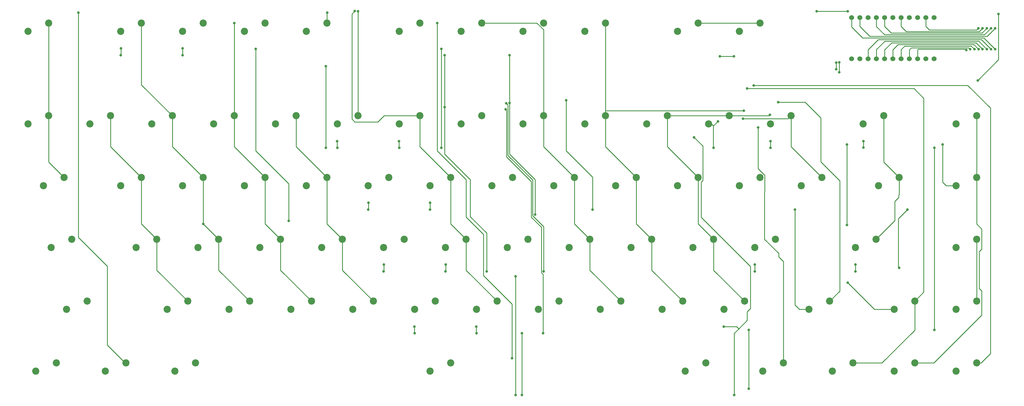
<source format=gtl>
G04 #@! TF.GenerationSoftware,KiCad,Pcbnew,(5.1.6)-1*
G04 #@! TF.CreationDate,2021-05-15T00:46:41-04:00*
G04 #@! TF.ProjectId,keyboard-layout-tall,6b657962-6f61-4726-942d-6c61796f7574,rev?*
G04 #@! TF.SameCoordinates,Original*
G04 #@! TF.FileFunction,Copper,L1,Top*
G04 #@! TF.FilePolarity,Positive*
%FSLAX46Y46*%
G04 Gerber Fmt 4.6, Leading zero omitted, Abs format (unit mm)*
G04 Created by KiCad (PCBNEW (5.1.6)-1) date 2021-05-15 00:46:41*
%MOMM*%
%LPD*%
G01*
G04 APERTURE LIST*
G04 #@! TA.AperFunction,ComponentPad*
%ADD10C,2.200000*%
G04 #@! TD*
G04 #@! TA.AperFunction,ComponentPad*
%ADD11C,1.524000*%
G04 #@! TD*
G04 #@! TA.AperFunction,ViaPad*
%ADD12C,0.800000*%
G04 #@! TD*
G04 #@! TA.AperFunction,Conductor*
%ADD13C,0.250000*%
G04 #@! TD*
G04 APERTURE END LIST*
D10*
X267393750Y-172095000D03*
X273743750Y-169555000D03*
X326925000Y-153045000D03*
X333275000Y-150505000D03*
X69750000Y-67320000D03*
X76100000Y-64780000D03*
D11*
X294800000Y-63150000D03*
X297340000Y-63150000D03*
X299880000Y-63150000D03*
X302420000Y-63150000D03*
X304960000Y-63150000D03*
X307500000Y-63150000D03*
X310040000Y-63150000D03*
X312580000Y-63150000D03*
X315120000Y-63150000D03*
X317660000Y-63150000D03*
X320200000Y-63150000D03*
X320200000Y-75850000D03*
X317660000Y-75850000D03*
X315120000Y-75850000D03*
X312580000Y-75850000D03*
X310040000Y-75850000D03*
X307500000Y-75850000D03*
X304960000Y-75850000D03*
X302420000Y-75850000D03*
X299880000Y-75850000D03*
X297340000Y-75850000D03*
X294800000Y-75850000D03*
D10*
X298350000Y-95895000D03*
X304700000Y-93355000D03*
X295968750Y-133995000D03*
X302318750Y-131455000D03*
X53081250Y-153045000D03*
X59431250Y-150505000D03*
X303112500Y-114945000D03*
X309462500Y-112405000D03*
X45937500Y-114945000D03*
X52287500Y-112405000D03*
X281681250Y-153045000D03*
X288031250Y-150505000D03*
X48318750Y-133995000D03*
X54668750Y-131455000D03*
X43556250Y-172095000D03*
X49906250Y-169555000D03*
X86418750Y-172095000D03*
X92768750Y-169555000D03*
X243581250Y-172095000D03*
X249931250Y-169555000D03*
X160237500Y-153045000D03*
X166587500Y-150505000D03*
X107850000Y-67320000D03*
X114200000Y-64780000D03*
X41175000Y-67320000D03*
X47525000Y-64780000D03*
X326925000Y-172095000D03*
X333275000Y-169555000D03*
X307875000Y-153045000D03*
X314225000Y-150505000D03*
X169762500Y-133995000D03*
X176112500Y-131455000D03*
X179287500Y-153045000D03*
X185637500Y-150505000D03*
X103087500Y-153045000D03*
X109437500Y-150505000D03*
X93562500Y-133995000D03*
X99912500Y-131455000D03*
X88800000Y-67320000D03*
X95150000Y-64780000D03*
X126900000Y-67320000D03*
X133250000Y-64780000D03*
X155475000Y-67320000D03*
X161825000Y-64780000D03*
X174525000Y-67320000D03*
X180875000Y-64780000D03*
X193575000Y-67320000D03*
X199925000Y-64780000D03*
X212625000Y-67320000D03*
X218975000Y-64780000D03*
X241200000Y-67320000D03*
X247550000Y-64780000D03*
X260250000Y-67320000D03*
X266600000Y-64780000D03*
X41175000Y-95895000D03*
X47525000Y-93355000D03*
X60225000Y-95895000D03*
X66575000Y-93355000D03*
X79275000Y-95895000D03*
X85625000Y-93355000D03*
X98325000Y-95895000D03*
X104675000Y-93355000D03*
X117375000Y-95895000D03*
X123725000Y-93355000D03*
X136425000Y-95895000D03*
X142775000Y-93355000D03*
X155475000Y-95895000D03*
X161825000Y-93355000D03*
X174525000Y-95895000D03*
X180875000Y-93355000D03*
X193575000Y-95895000D03*
X199925000Y-93355000D03*
X212625000Y-95895000D03*
X218975000Y-93355000D03*
X231675000Y-95895000D03*
X238025000Y-93355000D03*
X250725000Y-95895000D03*
X257075000Y-93355000D03*
X269775000Y-95895000D03*
X276125000Y-93355000D03*
X326925000Y-95895000D03*
X333275000Y-93355000D03*
X69750000Y-114945000D03*
X76100000Y-112405000D03*
X88800000Y-114945000D03*
X95150000Y-112405000D03*
X107850000Y-114945000D03*
X114200000Y-112405000D03*
X126900000Y-114945000D03*
X133250000Y-112405000D03*
X145950000Y-114945000D03*
X152300000Y-112405000D03*
X165000000Y-114945000D03*
X171350000Y-112405000D03*
X184050000Y-114945000D03*
X190400000Y-112405000D03*
X203100000Y-114945000D03*
X209450000Y-112405000D03*
X222150000Y-114945000D03*
X228500000Y-112405000D03*
X241200000Y-114945000D03*
X247550000Y-112405000D03*
X260250000Y-114945000D03*
X266600000Y-112405000D03*
X279300000Y-114945000D03*
X285650000Y-112405000D03*
X326925000Y-114945000D03*
X333275000Y-112405000D03*
X74512500Y-133995000D03*
X80862500Y-131455000D03*
X112612500Y-133995000D03*
X118962500Y-131455000D03*
X131662500Y-133995000D03*
X138012500Y-131455000D03*
X150712500Y-133995000D03*
X157062500Y-131455000D03*
X188812500Y-133995000D03*
X195162500Y-131455000D03*
X207862500Y-133995000D03*
X214212500Y-131455000D03*
X226912500Y-133995000D03*
X233262500Y-131455000D03*
X245962500Y-133995000D03*
X252312500Y-131455000D03*
X265012500Y-133995000D03*
X271362500Y-131455000D03*
X326925000Y-133995000D03*
X333275000Y-131455000D03*
X84037500Y-153045000D03*
X90387500Y-150505000D03*
X122137500Y-153045000D03*
X128487500Y-150505000D03*
X141187500Y-153045000D03*
X147537500Y-150505000D03*
X198337500Y-153045000D03*
X204687500Y-150505000D03*
X217387500Y-153045000D03*
X223737500Y-150505000D03*
X236437500Y-153045000D03*
X242787500Y-150505000D03*
X255487500Y-153045000D03*
X261837500Y-150505000D03*
X64987500Y-172095000D03*
X71337500Y-169555000D03*
X288825000Y-172095000D03*
X295175000Y-169555000D03*
X307875000Y-172095000D03*
X314225000Y-169555000D03*
X171350000Y-169555000D03*
X165000000Y-172095000D03*
D12*
X168480000Y-103261000D03*
X293321000Y-102245000D03*
X293321002Y-127010002D03*
X258500000Y-75100000D03*
X254200000Y-75100000D03*
X132920000Y-78115000D03*
X132920000Y-103261000D03*
X322785000Y-102245000D03*
X253600000Y-95100000D03*
X252270000Y-103270000D03*
X258650000Y-179461000D03*
X193245000Y-160411000D03*
X193245000Y-179461000D03*
X246300000Y-100000002D03*
X263095000Y-159395000D03*
X320245000Y-159395000D03*
X320245000Y-103261000D03*
X188259990Y-91425000D03*
X199820000Y-160420000D03*
X169505000Y-74695000D03*
X182441000Y-141370000D03*
X191340000Y-142885000D03*
X191340000Y-179461000D03*
X293575000Y-144790000D03*
X169505000Y-90705000D03*
X311990000Y-122311000D03*
X309450000Y-140218000D03*
X188400000Y-89500000D03*
X199970000Y-141370000D03*
X189435000Y-74686000D03*
X197309000Y-123835000D03*
X121490000Y-125740000D03*
X277319000Y-122311000D03*
X189435000Y-89435000D03*
X272200000Y-89200000D03*
X269600000Y-93074990D03*
X167210000Y-64780000D03*
X190225001Y-168129999D03*
X266000000Y-97000000D03*
X56720000Y-61605000D03*
X264600000Y-84000000D03*
X262600000Y-85000000D03*
X261600000Y-91800000D03*
X261300000Y-94300000D03*
X141810000Y-61097000D03*
X142826000Y-61134000D03*
X104726000Y-64780000D03*
X133301000Y-61605000D03*
X95150000Y-126692500D03*
X168480000Y-72800000D03*
X88800000Y-72600000D03*
X88795000Y-74695000D03*
X69800000Y-72600000D03*
X69750000Y-74740000D03*
X155400000Y-101200000D03*
X155475000Y-103270000D03*
X136400000Y-101200000D03*
X136425000Y-103270000D03*
X269800000Y-101200000D03*
X269775000Y-103270000D03*
X160200000Y-158400000D03*
X160237500Y-160420000D03*
X179200000Y-158400000D03*
X179287500Y-160420000D03*
X255400000Y-158400000D03*
X296000000Y-139200000D03*
X295968750Y-141370000D03*
X263095000Y-177495000D03*
X265000000Y-139200000D03*
X265012500Y-141370000D03*
X169800000Y-139200000D03*
X169762500Y-141370000D03*
X150800000Y-139200000D03*
X150712500Y-141370000D03*
X111330000Y-72800000D03*
X298400000Y-101200000D03*
X298400000Y-103200000D03*
X146000000Y-120200000D03*
X145950000Y-122320000D03*
X165000000Y-120200000D03*
X165000000Y-122320000D03*
X206900000Y-88600000D03*
X215020000Y-122320000D03*
X339000000Y-72900000D03*
X339000000Y-66400000D03*
X337700000Y-66400000D03*
X336400000Y-66400000D03*
X335100000Y-66400000D03*
X333800000Y-66400000D03*
X330100000Y-73125000D03*
X331300000Y-72900000D03*
X332600000Y-72900000D03*
X333900000Y-72900000D03*
X335100000Y-72900000D03*
X336400000Y-72900000D03*
X337700000Y-72900000D03*
X293600000Y-61200000D03*
X284000000Y-61200000D03*
X290000000Y-77000000D03*
X290000000Y-79000000D03*
X291000000Y-76900000D03*
X291000000Y-80000000D03*
X340000000Y-62000000D03*
X333600000Y-82500000D03*
D13*
X293321000Y-102245000D02*
X293321000Y-127010000D01*
X293321000Y-127010000D02*
X293321002Y-127010002D01*
X258500000Y-75100000D02*
X254200000Y-75100000D01*
X132920000Y-78115000D02*
X132920000Y-87980000D01*
X132920000Y-87640000D02*
X132920000Y-87980000D01*
X132920000Y-87980000D02*
X132920000Y-103261000D01*
X253600000Y-95100000D02*
X252209999Y-96490001D01*
X252209999Y-96490001D02*
X252209999Y-103209999D01*
X252209999Y-103209999D02*
X252270000Y-103270000D01*
X258650000Y-160411000D02*
X258650000Y-179461000D01*
X193245000Y-160411000D02*
X193245000Y-179461000D01*
X248500000Y-124700000D02*
X248500000Y-113830001D01*
X263600000Y-152800000D02*
X263600000Y-139800000D01*
X263600000Y-139800000D02*
X248500000Y-124700000D01*
X248975001Y-102675003D02*
X246300000Y-100000002D01*
X248500000Y-113830001D02*
X248975001Y-113355000D01*
X262600000Y-156461000D02*
X262600000Y-153800000D01*
X248975001Y-113355000D02*
X248975001Y-102675003D01*
X262600000Y-153800000D02*
X263600000Y-152800000D01*
X320245000Y-159395000D02*
X320245000Y-103261000D01*
X199820000Y-142293002D02*
X199820000Y-160420000D01*
X199244999Y-141718001D02*
X199820000Y-142293002D01*
X199244999Y-127744999D02*
X199244999Y-141718001D01*
X188259990Y-91425000D02*
X188534980Y-91699990D01*
X196133989Y-113633989D02*
X196133989Y-124633989D01*
X188534980Y-91699990D02*
X188534980Y-106034980D01*
X188534980Y-106034980D02*
X196133989Y-113633989D01*
X196133989Y-124633989D02*
X199244999Y-127744999D01*
X191340000Y-142885000D02*
X191340000Y-179461000D01*
X177370000Y-124470000D02*
X182441000Y-129541000D01*
X177370000Y-113040000D02*
X177370000Y-124470000D01*
X182441000Y-129541000D02*
X182441000Y-141370000D01*
X169505000Y-105175000D02*
X177370000Y-113040000D01*
X169505000Y-90705000D02*
X169505000Y-105175000D01*
X169505000Y-74695000D02*
X169505000Y-90705000D01*
X309196000Y-125105000D02*
X309196000Y-139964000D01*
X311990000Y-122311000D02*
X309196000Y-125105000D01*
X309196000Y-139964000D02*
X309450000Y-140218000D01*
X188984990Y-90084990D02*
X188984990Y-105584990D01*
X188400000Y-89500000D02*
X188984990Y-90084990D01*
X199970000Y-127569002D02*
X199970000Y-141370000D01*
X196583999Y-124183001D02*
X199970000Y-127569002D01*
X196583999Y-113183999D02*
X196583999Y-124183001D01*
X188984990Y-105584990D02*
X196583999Y-113183999D01*
X197309000Y-113040000D02*
X197309000Y-123835000D01*
X189435000Y-105166000D02*
X197309000Y-113040000D01*
X189435000Y-84211000D02*
X189435000Y-74686000D01*
X189435000Y-89435000D02*
X189435000Y-105166000D01*
X189435000Y-84211000D02*
X189435000Y-89435000D01*
X333275000Y-93355000D02*
X333275000Y-112405000D01*
X320105998Y-169555000D02*
X314225000Y-169555000D01*
X334850000Y-154810998D02*
X320105998Y-169555000D01*
X334088000Y-146568000D02*
X334850000Y-147330000D01*
X334850000Y-147330000D02*
X334850000Y-154810998D01*
X333275000Y-112405000D02*
X333275000Y-126705000D01*
X333275000Y-126705000D02*
X334850000Y-128280000D01*
X334850000Y-134503000D02*
X334088000Y-135265000D01*
X334850000Y-128280000D02*
X334850000Y-134503000D01*
X334088000Y-135265000D02*
X334088000Y-146568000D01*
X272200000Y-89200000D02*
X280500000Y-89200000D01*
X280500000Y-89200000D02*
X285300000Y-94000000D01*
X285300000Y-94000000D02*
X285300000Y-107600000D01*
X285300000Y-107600000D02*
X291100000Y-113400000D01*
X291100000Y-147436250D02*
X288031250Y-150505000D01*
X291100000Y-113400000D02*
X291100000Y-147436250D01*
X304700000Y-107642500D02*
X309462500Y-112405000D01*
X304700000Y-93355000D02*
X304700000Y-107642500D01*
X309247501Y-118601001D02*
X308110989Y-119737513D01*
X309462500Y-117649587D02*
X309247501Y-117864586D01*
X309247501Y-117864586D02*
X309247501Y-118601001D01*
X309462500Y-112405000D02*
X309462500Y-117649587D01*
X308110989Y-119737513D02*
X308110989Y-125662761D01*
X308110989Y-125662761D02*
X302318750Y-131455000D01*
X247550000Y-64780000D02*
X266600000Y-64780000D01*
X238025000Y-102880000D02*
X247550000Y-112405000D01*
X238025000Y-93355000D02*
X238025000Y-102880000D01*
X247550000Y-126692500D02*
X252312500Y-131455000D01*
X247550000Y-112405000D02*
X247550000Y-126692500D01*
X252312500Y-140980000D02*
X261837500Y-150505000D01*
X252312500Y-131455000D02*
X252312500Y-140980000D01*
X238025000Y-93355000D02*
X257075000Y-93355000D01*
X257075000Y-93355000D02*
X269319990Y-93355000D01*
X269319990Y-93355000D02*
X269600000Y-93074990D01*
X333275000Y-131455000D02*
X333275000Y-150505000D01*
X190225001Y-151422001D02*
X190225001Y-168129999D01*
X181434000Y-142631000D02*
X190225001Y-151422001D01*
X181434000Y-129931000D02*
X181434000Y-142631000D01*
X176100000Y-113040000D02*
X176100000Y-124597000D01*
X176100000Y-124597000D02*
X181434000Y-129931000D01*
X167210000Y-104150000D02*
X176100000Y-113040000D01*
X167210000Y-64780000D02*
X167210000Y-74490000D01*
X167210000Y-74305000D02*
X167210000Y-74490000D01*
X167210000Y-74490000D02*
X167210000Y-104150000D01*
X272300000Y-136850000D02*
X273743750Y-138293750D01*
X272300000Y-135800000D02*
X272300000Y-136850000D01*
X273743750Y-138300000D02*
X273743750Y-169555000D01*
X267964999Y-131464999D02*
X272300000Y-135800000D01*
X268025001Y-111720999D02*
X268025001Y-116860997D01*
X266000000Y-97000000D02*
X266000000Y-109695998D01*
X273743750Y-138293750D02*
X273743750Y-138300000D01*
X268025001Y-116860997D02*
X267964999Y-116920999D01*
X266000000Y-109695998D02*
X268025001Y-111720999D01*
X267964999Y-116920999D02*
X267964999Y-131464999D01*
X56720000Y-71130000D02*
X56720000Y-130820000D01*
X56720000Y-130820000D02*
X65610000Y-139710000D01*
X71080248Y-169555000D02*
X71337500Y-169555000D01*
X65610000Y-164084752D02*
X71080248Y-169555000D01*
X65610000Y-139710000D02*
X65610000Y-164084752D01*
X56720000Y-71130000D02*
X56720000Y-61605000D01*
X264600000Y-84000000D02*
X330500000Y-84000000D01*
X330500000Y-84000000D02*
X337500000Y-91000000D01*
X337500000Y-91000000D02*
X337500000Y-166700000D01*
X334645000Y-169555000D02*
X333275000Y-169555000D01*
X337500000Y-166700000D02*
X334645000Y-169555000D01*
X314225000Y-150505000D02*
X314225000Y-159446000D01*
X304116000Y-169555000D02*
X295175000Y-169555000D01*
X314225000Y-159446000D02*
X304116000Y-169555000D01*
X262600000Y-85000000D02*
X314000000Y-85000000D01*
X314000000Y-85000000D02*
X317000000Y-88000000D01*
X317000000Y-147730000D02*
X314225000Y-150505000D01*
X317000000Y-88000000D02*
X317000000Y-147730000D01*
X218975000Y-102880000D02*
X228500000Y-112405000D01*
X218975000Y-93355000D02*
X218975000Y-102880000D01*
X228500000Y-126692500D02*
X233262500Y-131455000D01*
X228500000Y-112405000D02*
X228500000Y-126692500D01*
X233262500Y-140980000D02*
X242787500Y-150505000D01*
X233262500Y-131455000D02*
X233262500Y-140980000D01*
X218975000Y-70038000D02*
X218975000Y-64780000D01*
X261600000Y-91800000D02*
X219100000Y-91800000D01*
X219100000Y-91800000D02*
X218975000Y-91675000D01*
X218975000Y-93355000D02*
X218975000Y-91675000D01*
X218975000Y-91675000D02*
X218975000Y-70038000D01*
X199925000Y-102880000D02*
X209450000Y-112405000D01*
X199925000Y-93355000D02*
X199925000Y-102880000D01*
X209450000Y-126692500D02*
X214212500Y-131455000D01*
X209450000Y-112405000D02*
X209450000Y-126692500D01*
X214212500Y-140980000D02*
X223737500Y-150505000D01*
X214212500Y-131455000D02*
X214212500Y-140980000D01*
X276125000Y-102880000D02*
X285650000Y-112405000D01*
X276125000Y-93355000D02*
X276125000Y-102880000D01*
X197815998Y-64780000D02*
X180875000Y-64780000D01*
X199925000Y-93355000D02*
X199925000Y-66889002D01*
X199925000Y-66889002D02*
X197815998Y-64780000D01*
X275180000Y-94300000D02*
X276125000Y-93355000D01*
X261300000Y-94300000D02*
X275180000Y-94300000D01*
X161825000Y-102880000D02*
X171350000Y-112405000D01*
X161825000Y-93355000D02*
X161825000Y-102880000D01*
X171350000Y-126692500D02*
X176112500Y-131455000D01*
X171350000Y-112405000D02*
X171350000Y-126692500D01*
X176112500Y-140980000D02*
X185637500Y-150505000D01*
X176112500Y-131455000D02*
X176112500Y-140980000D01*
X150827000Y-93355000D02*
X161825000Y-93355000D01*
X140921000Y-61986000D02*
X140921000Y-94371000D01*
X141810000Y-61097000D02*
X140921000Y-61986000D01*
X140921000Y-94371000D02*
X141810000Y-95260000D01*
X148922000Y-95260000D02*
X150827000Y-93355000D01*
X141810000Y-95260000D02*
X148922000Y-95260000D01*
X123725000Y-102880000D02*
X133250000Y-112405000D01*
X123725000Y-93355000D02*
X123725000Y-102880000D01*
X133250000Y-126692500D02*
X138012500Y-131455000D01*
X133250000Y-112405000D02*
X133250000Y-126692500D01*
X138012500Y-140980000D02*
X147537500Y-150505000D01*
X138012500Y-131455000D02*
X138012500Y-140980000D01*
X142775000Y-61185000D02*
X142826000Y-61134000D01*
X142775000Y-93355000D02*
X142775000Y-61185000D01*
X104675000Y-102880000D02*
X114200000Y-112405000D01*
X104675000Y-93355000D02*
X104675000Y-102880000D01*
X114200000Y-126692500D02*
X118962500Y-131455000D01*
X114200000Y-112405000D02*
X114200000Y-126692500D01*
X118962500Y-140980000D02*
X128487500Y-150505000D01*
X118962500Y-131455000D02*
X118962500Y-140980000D01*
X133250000Y-64780000D02*
X133250000Y-61656000D01*
X133250000Y-61656000D02*
X133301000Y-61605000D01*
X104675000Y-64831000D02*
X104726000Y-64780000D01*
X104675000Y-93355000D02*
X104675000Y-64831000D01*
X85625000Y-102880000D02*
X95150000Y-112405000D01*
X85625000Y-93355000D02*
X85625000Y-102880000D01*
X95150000Y-126692500D02*
X99912500Y-131455000D01*
X95150000Y-112405000D02*
X95150000Y-126692500D01*
X99912500Y-140980000D02*
X109437500Y-150505000D01*
X99912500Y-131455000D02*
X99912500Y-140980000D01*
X76100000Y-83830000D02*
X85625000Y-93355000D01*
X76100000Y-64780000D02*
X76100000Y-83830000D01*
X47525000Y-107642500D02*
X52287500Y-112405000D01*
X47525000Y-93355000D02*
X47525000Y-107642500D01*
X66575000Y-102880000D02*
X76100000Y-112405000D01*
X66575000Y-93355000D02*
X66575000Y-102880000D01*
X76100000Y-126692500D02*
X80862500Y-131455000D01*
X76100000Y-112405000D02*
X76100000Y-126692500D01*
X80862500Y-140980000D02*
X90387500Y-150505000D01*
X80862500Y-131455000D02*
X80862500Y-140980000D01*
X47525000Y-74305000D02*
X47525000Y-93355000D01*
X47525000Y-74305000D02*
X47525000Y-64780000D01*
X168480000Y-85100000D02*
X168480000Y-103261000D01*
X168480000Y-72800000D02*
X168480000Y-85100000D01*
X88800000Y-72600000D02*
X88800000Y-74690000D01*
X88800000Y-74690000D02*
X88795000Y-74695000D01*
X69800000Y-72600000D02*
X69800000Y-74690000D01*
X69800000Y-74690000D02*
X69750000Y-74740000D01*
X155400000Y-101200000D02*
X155400000Y-103195000D01*
X155400000Y-103195000D02*
X155475000Y-103270000D01*
X136400000Y-101200000D02*
X136400000Y-103245000D01*
X136400000Y-103245000D02*
X136425000Y-103270000D01*
X251614998Y-95895000D02*
X252209999Y-96490001D01*
X250725000Y-95895000D02*
X251614998Y-95895000D01*
X269800000Y-101200000D02*
X269800000Y-103245000D01*
X269800000Y-103245000D02*
X269775000Y-103270000D01*
X323915000Y-114945000D02*
X322785000Y-113815000D01*
X326925000Y-114945000D02*
X323915000Y-114945000D01*
X322785000Y-102245000D02*
X322785000Y-113815000D01*
X160200000Y-158400000D02*
X160200000Y-160382500D01*
X160200000Y-160382500D02*
X160237500Y-160420000D01*
X179200000Y-158400000D02*
X179200000Y-160332500D01*
X179200000Y-160332500D02*
X179287500Y-160420000D01*
X259400000Y-158400000D02*
X260030500Y-159030500D01*
X258650000Y-160411000D02*
X260030500Y-159030500D01*
X255400000Y-158400000D02*
X259400000Y-158400000D01*
X260030500Y-159030500D02*
X262600000Y-156461000D01*
X296000000Y-139200000D02*
X296000000Y-141338750D01*
X296000000Y-141338750D02*
X295968750Y-141370000D01*
X263095000Y-159395000D02*
X263095000Y-177495000D01*
X265000000Y-139200000D02*
X265000000Y-141357500D01*
X265000000Y-141357500D02*
X265012500Y-141370000D01*
X169800000Y-139200000D02*
X169800000Y-141332500D01*
X169800000Y-141332500D02*
X169762500Y-141370000D01*
X150800000Y-139200000D02*
X150800000Y-141282500D01*
X150800000Y-141282500D02*
X150712500Y-141370000D01*
X301830000Y-153045000D02*
X293575000Y-144790000D01*
X307875000Y-153045000D02*
X301830000Y-153045000D01*
X121490000Y-114310000D02*
X121490000Y-125740000D01*
X111330000Y-104150000D02*
X121490000Y-114310000D01*
X111330000Y-72800000D02*
X111330000Y-104150000D01*
X298400000Y-101200000D02*
X298400000Y-103200000D01*
X146000000Y-120200000D02*
X146000000Y-122270000D01*
X146000000Y-122270000D02*
X145950000Y-122320000D01*
X165000000Y-120200000D02*
X165000000Y-122320000D01*
X278683000Y-153045000D02*
X277319000Y-151681000D01*
X281681250Y-153045000D02*
X278683000Y-153045000D01*
X277319000Y-122311000D02*
X277319000Y-151681000D01*
X206900000Y-88600000D02*
X206900000Y-104200000D01*
X215020000Y-112320000D02*
X215020000Y-122320000D01*
X206900000Y-104200000D02*
X215020000Y-112320000D01*
X339000000Y-72900000D02*
X335500000Y-69400000D01*
X335500000Y-69400000D02*
X298200000Y-69400000D01*
X294800000Y-66000000D02*
X294800000Y-63150000D01*
X298200000Y-69400000D02*
X294800000Y-66000000D01*
X300400000Y-68900000D02*
X297340000Y-65840000D01*
X339000000Y-66400000D02*
X336500000Y-68900000D01*
X297340000Y-65840000D02*
X297340000Y-63150000D01*
X336500000Y-68900000D02*
X300400000Y-68900000D01*
X337700000Y-66400000D02*
X335700000Y-68400000D01*
X335700000Y-68400000D02*
X304900000Y-68400000D01*
X302420000Y-65920000D02*
X302420000Y-63150000D01*
X304900000Y-68400000D02*
X302420000Y-65920000D01*
X336400000Y-66400000D02*
X334900000Y-67900000D01*
X317650010Y-67850010D02*
X306950010Y-67850010D01*
X334900000Y-67900000D02*
X317700000Y-67900000D01*
X317700000Y-67900000D02*
X317650010Y-67850010D01*
X304960000Y-65860000D02*
X304960000Y-63150000D01*
X306950010Y-67850010D02*
X304960000Y-65860000D01*
X335100000Y-66400000D02*
X334100000Y-67400000D01*
X334100000Y-67400000D02*
X311600000Y-67400000D01*
X310040000Y-65840000D02*
X310040000Y-63150000D01*
X311600000Y-67400000D02*
X310040000Y-65840000D01*
X333800000Y-66400000D02*
X333300000Y-66900000D01*
X333300000Y-66900000D02*
X318700000Y-66900000D01*
X317660000Y-65860000D02*
X317660000Y-63150000D01*
X318700000Y-66900000D02*
X317660000Y-65860000D01*
X330100000Y-73125000D02*
X329875000Y-72900000D01*
X329875000Y-72900000D02*
X315300000Y-72900000D01*
X315120000Y-73080000D02*
X315120000Y-75850000D01*
X315300000Y-72900000D02*
X315120000Y-73080000D01*
X331300000Y-72900000D02*
X330800000Y-72400000D01*
X330800000Y-72400000D02*
X313200000Y-72400000D01*
X312580000Y-73020000D02*
X312580000Y-75850000D01*
X313200000Y-72400000D02*
X312580000Y-73020000D01*
X332600000Y-72900000D02*
X331600000Y-71900000D01*
X331600000Y-71900000D02*
X311100000Y-71900000D01*
X310040000Y-72960000D02*
X310040000Y-75850000D01*
X311100000Y-71900000D02*
X310040000Y-72960000D01*
X333900000Y-72900000D02*
X332400000Y-71400000D01*
X332400000Y-71400000D02*
X309100000Y-71400000D01*
X307500000Y-73000000D02*
X307500000Y-75850000D01*
X309100000Y-71400000D02*
X307500000Y-73000000D01*
X335100000Y-72900000D02*
X333100000Y-70900000D01*
X333100000Y-70900000D02*
X307100000Y-70900000D01*
X304960000Y-73040000D02*
X304960000Y-75850000D01*
X307100000Y-70900000D02*
X304960000Y-73040000D01*
X336400000Y-72900000D02*
X333900000Y-70400000D01*
X333900000Y-70400000D02*
X305000000Y-70400000D01*
X302420000Y-72980000D02*
X302420000Y-75850000D01*
X305000000Y-70400000D02*
X302420000Y-72980000D01*
X337700000Y-72900000D02*
X334700000Y-69900000D01*
X334700000Y-69900000D02*
X303000000Y-69900000D01*
X299880000Y-73020000D02*
X299880000Y-75850000D01*
X303000000Y-69900000D02*
X299880000Y-73020000D01*
X293600000Y-61200000D02*
X284000000Y-61200000D01*
X290000000Y-77000000D02*
X290000000Y-79000000D01*
X291000000Y-76900000D02*
X291000000Y-80000000D01*
X340000000Y-62000000D02*
X340000000Y-76100000D01*
X340000000Y-76100000D02*
X333600000Y-82500000D01*
M02*

</source>
